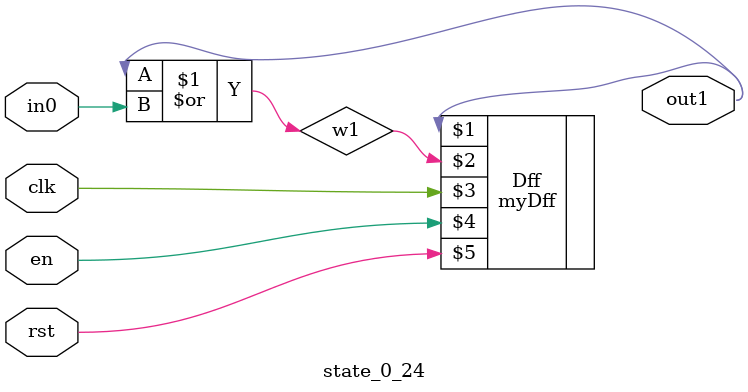
<source format=v>
module engine_0(out,clk,sod,en, in_0_0, in_0_1, in_0_2, in_0_3, in_0_4, in_0_5, in_0_6, in_0_7, in_0_8, in_0_9, in_0_10, in_0_11, in_0_12, in_0_13);
//pcre: /A°d°v°a°n°c°e°d°\s+°S°p°y°\s+°R°e°p°o°r°t°\s+°f°o°r/smi
//block char: A[0], d[1], v[2], n[3], c[4], e[5], \x20[6], S[7], p[8], y[9], R[10], o[11], t[12], f[13], 

	input clk,sod,en;

	input in_0_0, in_0_1, in_0_2, in_0_3, in_0_4, in_0_5, in_0_6, in_0_7, in_0_8, in_0_9, in_0_10, in_0_11, in_0_12, in_0_13;
	output out;


	state_0_0 St_0 (y1,1'b0,clk,en,sod);
	assign w0 = ~y1;
	state_0_1 BS_0_1 (w1,in_0_0,clk,en,sod,w0);
	state_0_2 BS_0_2 (w2,in_0_1,clk,en,sod,w1);
	state_0_3 BS_0_3 (w3,in_0_2,clk,en,sod,w2);
	state_0_4 BS_0_4 (w4,in_0_0,clk,en,sod,w3);
	state_0_5 BS_0_5 (w5,in_0_3,clk,en,sod,w4);
	state_0_6 BS_0_6 (w6,in_0_4,clk,en,sod,w5);
	state_0_7 BS_0_7 (w7,in_0_5,clk,en,sod,w6);
	state_0_8 BS_0_8 (w8,in_0_1,clk,en,sod,w7);
	state_0_9 BS_0_9 (w9,in_0_6,clk,en,sod,w9,w8);
	state_0_10 BS_0_10 (w10,in_0_7,clk,en,sod,w9);
	state_0_11 BS_0_11 (w11,in_0_8,clk,en,sod,w10);
	state_0_12 BS_0_12 (w12,in_0_9,clk,en,sod,w11);
	state_0_13 BS_0_13 (w13,in_0_6,clk,en,sod,w13,w12);
	state_0_14 BS_0_14 (w14,in_0_10,clk,en,sod,w13);
	state_0_15 BS_0_15 (w15,in_0_5,clk,en,sod,w14);
	state_0_16 BS_0_16 (w16,in_0_8,clk,en,sod,w15);
	state_0_17 BS_0_17 (w17,in_0_11,clk,en,sod,w16);
	state_0_18 BS_0_18 (w18,in_0_10,clk,en,sod,w17);
	state_0_19 BS_0_19 (w19,in_0_12,clk,en,sod,w18);
	state_0_20 BS_0_20 (w20,in_0_6,clk,en,sod,w20,w19);
	state_0_21 BS_0_21 (w21,in_0_13,clk,en,sod,w20);
	state_0_22 BS_0_22 (w22,in_0_11,clk,en,sod,w21);
	state_0_23 BS_0_23 (w23,in_0_10,clk,en,sod,w22);
	state_0_24 BS_0_24 (out,clk,en,sod,w23);
endmodule

module state_0_0(out1,in1,clk,en,rst);
	input in1,clk,rst,en;
	output out1;
	myDff Dff (out1,in1,clk,en,rst);
endmodule

module state_0_1(out1,in_char,clk,en,rst,in0);
	input in_char,clk,en,rst,in0;
	output out1;
	wire w1,w2;
	assign w1 = in0; 
	and(w2,in_char,w1);
	myDff Dff (out1,w2,clk,en,rst);
endmodule

module state_0_2(out1,in_char,clk,en,rst,in0);
	input in_char,clk,en,rst,in0;
	output out1;
	wire w1,w2;
	assign w1 = in0; 
	and(w2,in_char,w1);
	myDff Dff (out1,w2,clk,en,rst);
endmodule

module state_0_3(out1,in_char,clk,en,rst,in0);
	input in_char,clk,en,rst,in0;
	output out1;
	wire w1,w2;
	assign w1 = in0; 
	and(w2,in_char,w1);
	myDff Dff (out1,w2,clk,en,rst);
endmodule

module state_0_4(out1,in_char,clk,en,rst,in0);
	input in_char,clk,en,rst,in0;
	output out1;
	wire w1,w2;
	assign w1 = in0; 
	and(w2,in_char,w1);
	myDff Dff (out1,w2,clk,en,rst);
endmodule

module state_0_5(out1,in_char,clk,en,rst,in0);
	input in_char,clk,en,rst,in0;
	output out1;
	wire w1,w2;
	assign w1 = in0; 
	and(w2,in_char,w1);
	myDff Dff (out1,w2,clk,en,rst);
endmodule

module state_0_6(out1,in_char,clk,en,rst,in0);
	input in_char,clk,en,rst,in0;
	output out1;
	wire w1,w2;
	assign w1 = in0; 
	and(w2,in_char,w1);
	myDff Dff (out1,w2,clk,en,rst);
endmodule

module state_0_7(out1,in_char,clk,en,rst,in0);
	input in_char,clk,en,rst,in0;
	output out1;
	wire w1,w2;
	assign w1 = in0; 
	and(w2,in_char,w1);
	myDff Dff (out1,w2,clk,en,rst);
endmodule

module state_0_8(out1,in_char,clk,en,rst,in0);
	input in_char,clk,en,rst,in0;
	output out1;
	wire w1,w2;
	assign w1 = in0; 
	and(w2,in_char,w1);
	myDff Dff (out1,w2,clk,en,rst);
endmodule

module state_0_9(out1,in_char,clk,en,rst,in0,in1);
	input in_char,clk,en,rst,in0,in1;
	output out1;
	wire w1,w2;
	or(w1,in0,in1);
	and(w2,in_char,w1);
	myDff Dff (out1,w2,clk,en,rst);
endmodule

module state_0_10(out1,in_char,clk,en,rst,in0);
	input in_char,clk,en,rst,in0;
	output out1;
	wire w1,w2;
	assign w1 = in0; 
	and(w2,in_char,w1);
	myDff Dff (out1,w2,clk,en,rst);
endmodule

module state_0_11(out1,in_char,clk,en,rst,in0);
	input in_char,clk,en,rst,in0;
	output out1;
	wire w1,w2;
	assign w1 = in0; 
	and(w2,in_char,w1);
	myDff Dff (out1,w2,clk,en,rst);
endmodule

module state_0_12(out1,in_char,clk,en,rst,in0);
	input in_char,clk,en,rst,in0;
	output out1;
	wire w1,w2;
	assign w1 = in0; 
	and(w2,in_char,w1);
	myDff Dff (out1,w2,clk,en,rst);
endmodule

module state_0_13(out1,in_char,clk,en,rst,in0,in1);
	input in_char,clk,en,rst,in0,in1;
	output out1;
	wire w1,w2;
	or(w1,in0,in1);
	and(w2,in_char,w1);
	myDff Dff (out1,w2,clk,en,rst);
endmodule

module state_0_14(out1,in_char,clk,en,rst,in0);
	input in_char,clk,en,rst,in0;
	output out1;
	wire w1,w2;
	assign w1 = in0; 
	and(w2,in_char,w1);
	myDff Dff (out1,w2,clk,en,rst);
endmodule

module state_0_15(out1,in_char,clk,en,rst,in0);
	input in_char,clk,en,rst,in0;
	output out1;
	wire w1,w2;
	assign w1 = in0; 
	and(w2,in_char,w1);
	myDff Dff (out1,w2,clk,en,rst);
endmodule

module state_0_16(out1,in_char,clk,en,rst,in0);
	input in_char,clk,en,rst,in0;
	output out1;
	wire w1,w2;
	assign w1 = in0; 
	and(w2,in_char,w1);
	myDff Dff (out1,w2,clk,en,rst);
endmodule

module state_0_17(out1,in_char,clk,en,rst,in0);
	input in_char,clk,en,rst,in0;
	output out1;
	wire w1,w2;
	assign w1 = in0; 
	and(w2,in_char,w1);
	myDff Dff (out1,w2,clk,en,rst);
endmodule

module state_0_18(out1,in_char,clk,en,rst,in0);
	input in_char,clk,en,rst,in0;
	output out1;
	wire w1,w2;
	assign w1 = in0; 
	and(w2,in_char,w1);
	myDff Dff (out1,w2,clk,en,rst);
endmodule

module state_0_19(out1,in_char,clk,en,rst,in0);
	input in_char,clk,en,rst,in0;
	output out1;
	wire w1,w2;
	assign w1 = in0; 
	and(w2,in_char,w1);
	myDff Dff (out1,w2,clk,en,rst);
endmodule

module state_0_20(out1,in_char,clk,en,rst,in0,in1);
	input in_char,clk,en,rst,in0,in1;
	output out1;
	wire w1,w2;
	or(w1,in0,in1);
	and(w2,in_char,w1);
	myDff Dff (out1,w2,clk,en,rst);
endmodule

module state_0_21(out1,in_char,clk,en,rst,in0);
	input in_char,clk,en,rst,in0;
	output out1;
	wire w1,w2;
	assign w1 = in0; 
	and(w2,in_char,w1);
	myDff Dff (out1,w2,clk,en,rst);
endmodule

module state_0_22(out1,in_char,clk,en,rst,in0);
	input in_char,clk,en,rst,in0;
	output out1;
	wire w1,w2;
	assign w1 = in0; 
	and(w2,in_char,w1);
	myDff Dff (out1,w2,clk,en,rst);
endmodule

module state_0_23(out1,in_char,clk,en,rst,in0);
	input in_char,clk,en,rst,in0;
	output out1;
	wire w1,w2;
	assign w1 = in0; 
	and(w2,in_char,w1);
	myDff Dff (out1,w2,clk,en,rst);
endmodule

module state_0_24(out1,clk,en,rst,in0);
	input clk,rst,en,in0;
	output out1;
	wire w1;
	or(w1,out1,in0);
	myDff Dff (out1,w1,clk,en,rst);
endmodule


</source>
